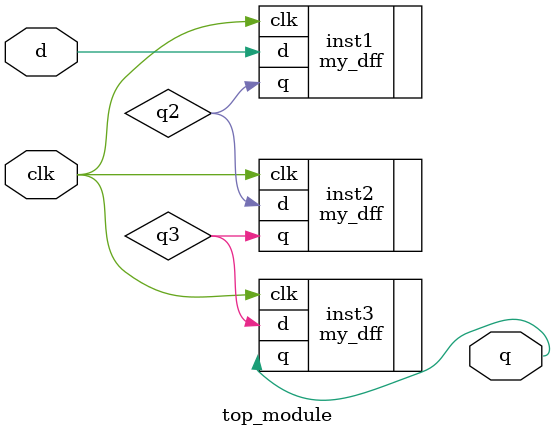
<source format=v>
module top_module ( input clk, input d, output q );
	wire q2,q3;
    
    my_dff inst1(
        .clk(clk), 
        .d(d),
        .q(q2)
    );
    
    my_dff inst2(
        .clk(clk), 
        .d(q2),
        .q(q3)
    );
    
    my_dff inst3(
        .clk(clk), 
        .d(q3),
        .q(q)
    );
    
endmodule
</source>
